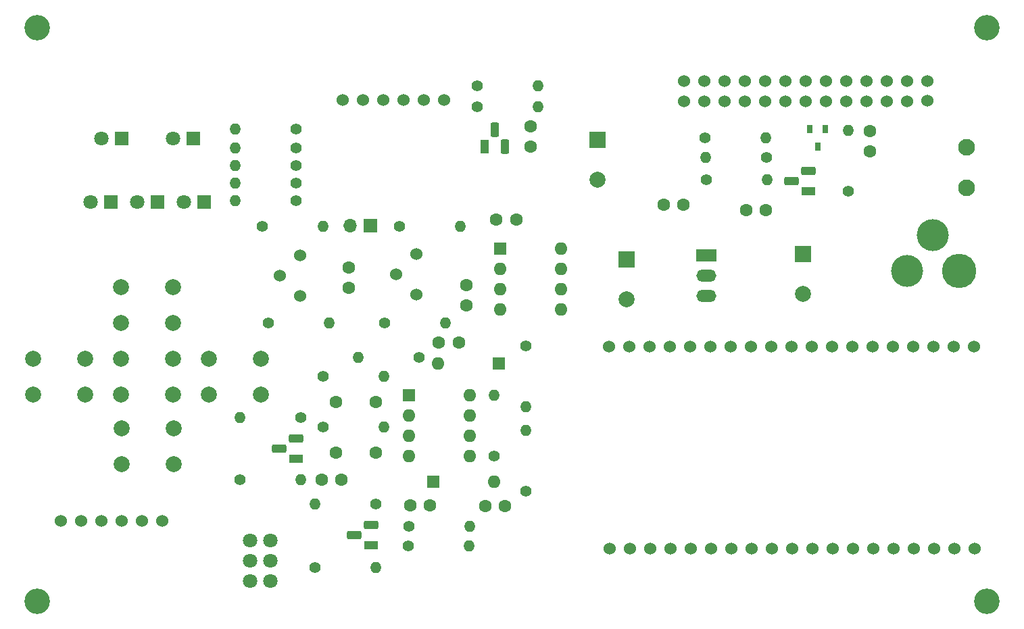
<source format=gbr>
%TF.GenerationSoftware,KiCad,Pcbnew,8.0.1*%
%TF.CreationDate,2024-04-18T15:02:16+02:00*%
%TF.ProjectId,GewitterMonitor,47657769-7474-4657-924d-6f6e69746f72,rev?*%
%TF.SameCoordinates,Original*%
%TF.FileFunction,Soldermask,Top*%
%TF.FilePolarity,Negative*%
%FSLAX46Y46*%
G04 Gerber Fmt 4.6, Leading zero omitted, Abs format (unit mm)*
G04 Created by KiCad (PCBNEW 8.0.1) date 2024-04-18 15:02:16*
%MOMM*%
%LPD*%
G01*
G04 APERTURE LIST*
G04 Aperture macros list*
%AMRoundRect*
0 Rectangle with rounded corners*
0 $1 Rounding radius*
0 $2 $3 $4 $5 $6 $7 $8 $9 X,Y pos of 4 corners*
0 Add a 4 corners polygon primitive as box body*
4,1,4,$2,$3,$4,$5,$6,$7,$8,$9,$2,$3,0*
0 Add four circle primitives for the rounded corners*
1,1,$1+$1,$2,$3*
1,1,$1+$1,$4,$5*
1,1,$1+$1,$6,$7*
1,1,$1+$1,$8,$9*
0 Add four rect primitives between the rounded corners*
20,1,$1+$1,$2,$3,$4,$5,0*
20,1,$1+$1,$4,$5,$6,$7,0*
20,1,$1+$1,$6,$7,$8,$9,0*
20,1,$1+$1,$8,$9,$2,$3,0*%
G04 Aperture macros list end*
%ADD10C,1.600000*%
%ADD11C,1.400000*%
%ADD12O,1.400000X1.400000*%
%ADD13R,1.600000X1.600000*%
%ADD14O,1.600000X1.600000*%
%ADD15C,2.100000*%
%ADD16R,1.800000X1.100000*%
%ADD17RoundRect,0.275000X0.625000X-0.275000X0.625000X0.275000X-0.625000X0.275000X-0.625000X-0.275000X0*%
%ADD18C,1.524000*%
%ADD19C,3.200000*%
%ADD20R,1.100000X1.800000*%
%ADD21RoundRect,0.275000X-0.275000X-0.625000X0.275000X-0.625000X0.275000X0.625000X-0.275000X0.625000X0*%
%ADD22R,2.000000X2.000000*%
%ADD23C,2.000000*%
%ADD24R,1.700000X1.700000*%
%ADD25O,1.700000X1.700000*%
%ADD26C,1.800000*%
%ADD27R,0.800000X1.000000*%
%ADD28C,4.000000*%
%ADD29C,4.300000*%
%ADD30R,2.500000X1.500000*%
%ADD31O,2.500000X1.500000*%
%ADD32R,1.800000X1.800000*%
G04 APERTURE END LIST*
D10*
%TO.C,C9*%
X121200000Y-37400000D03*
X121200000Y-34900000D03*
%TD*%
D11*
%TO.C,R13*%
X94200000Y-90200000D03*
D12*
X101820000Y-90200000D03*
%TD*%
D10*
%TO.C,C4*%
X95020000Y-79200000D03*
X97520000Y-79200000D03*
%TD*%
D13*
%TO.C,U4*%
X106000000Y-68580000D03*
D14*
X106000000Y-71120000D03*
X106000000Y-73660000D03*
X106000000Y-76200000D03*
X113620000Y-76200000D03*
X113620000Y-73660000D03*
X113620000Y-71120000D03*
X113620000Y-68580000D03*
%TD*%
D15*
%TO.C,J2*%
X175800000Y-37520000D03*
X175800000Y-42600000D03*
%TD*%
D16*
%TO.C,Q2*%
X156000000Y-42972323D03*
D17*
X153930000Y-41702323D03*
X156000000Y-40432323D03*
%TD*%
D11*
%TO.C,R3*%
X143200000Y-41600000D03*
D12*
X150820000Y-41600000D03*
%TD*%
D18*
%TO.C,RV1*%
X92340000Y-51060000D03*
X89800000Y-53600000D03*
X92340000Y-56140000D03*
%TD*%
%TO.C,U3*%
X75045000Y-84330000D03*
X72505000Y-84330000D03*
X69965000Y-84330000D03*
X67425000Y-84330000D03*
X64885000Y-84330000D03*
X62345000Y-84330000D03*
%TD*%
D19*
%TO.C,REF\u002A\u002A*%
X178400000Y-94400000D03*
%TD*%
D11*
%TO.C,R9*%
X107240000Y-63800000D03*
D12*
X99620000Y-63800000D03*
%TD*%
D20*
%TO.C,U5*%
X115460000Y-37400000D03*
D21*
X116730000Y-35330000D03*
X118000000Y-37400000D03*
%TD*%
D11*
%TO.C,R8*%
X92420000Y-71400000D03*
D12*
X84800000Y-71400000D03*
%TD*%
D11*
%TO.C,R26*%
X105900000Y-87500000D03*
D12*
X113520000Y-87500000D03*
%TD*%
D16*
%TO.C,Q3*%
X91800000Y-76540000D03*
D17*
X89730000Y-75270000D03*
X91800000Y-74000000D03*
%TD*%
D11*
%TO.C,R12*%
X95210000Y-72600000D03*
D12*
X102830000Y-72600000D03*
%TD*%
D10*
%TO.C,C5*%
X101800000Y-69400000D03*
X96800000Y-69400000D03*
%TD*%
%TO.C,C16*%
X140350000Y-44700000D03*
X137850000Y-44700000D03*
%TD*%
D19*
%TO.C,REF\u002A\u002A*%
X59400000Y-94400000D03*
%TD*%
D11*
%TO.C,R11*%
X116620000Y-76200000D03*
D12*
X116620000Y-68580000D03*
%TD*%
D22*
%TO.C,C14*%
X155300000Y-50900000D03*
D23*
X155300000Y-55900000D03*
%TD*%
D11*
%TO.C,R15*%
X114500000Y-29800000D03*
D12*
X122120000Y-29800000D03*
%TD*%
D16*
%TO.C,Q4*%
X101200000Y-87400000D03*
D17*
X99130000Y-86130000D03*
X101200000Y-84860000D03*
%TD*%
D11*
%TO.C,R22*%
X102960000Y-59500000D03*
D12*
X110580000Y-59500000D03*
%TD*%
D24*
%TO.C,J3*%
X101140000Y-47300000D03*
D25*
X98600000Y-47300000D03*
%TD*%
D22*
%TO.C,C2*%
X129600000Y-36600000D03*
D23*
X129600000Y-41600000D03*
%TD*%
D18*
%TO.C,U2*%
X176770000Y-62490000D03*
X174230000Y-62490000D03*
X171690000Y-62490000D03*
X169150000Y-62490000D03*
X166610000Y-62490000D03*
X164070000Y-62490000D03*
X161530000Y-62490000D03*
X158990000Y-62490000D03*
X156450000Y-62490000D03*
X153910000Y-62490000D03*
X151370000Y-62490000D03*
X148830000Y-62490000D03*
X146290000Y-62490000D03*
X143750000Y-62490000D03*
X141210000Y-62490000D03*
X138670000Y-62490000D03*
X136130000Y-62490000D03*
X133590000Y-62490000D03*
X131050000Y-62490000D03*
X131100000Y-87800000D03*
X133640000Y-87800000D03*
X136180000Y-87800000D03*
X138720000Y-87800000D03*
X141260000Y-87800000D03*
X143800000Y-87800000D03*
X146340000Y-87800000D03*
X148880000Y-87800000D03*
X151420000Y-87800000D03*
X153960000Y-87800000D03*
X156500000Y-87800000D03*
X159040000Y-87800000D03*
X161580000Y-87800000D03*
X164120000Y-87800000D03*
X166660000Y-87800000D03*
X169200000Y-87800000D03*
X171740000Y-87800000D03*
X174280000Y-87800000D03*
X176820000Y-87800000D03*
%TD*%
D13*
%TO.C,D1*%
X117240000Y-64600000D03*
D14*
X109620000Y-64600000D03*
%TD*%
D10*
%TO.C,C13*%
X150700000Y-45400000D03*
X148200000Y-45400000D03*
%TD*%
%TO.C,C3*%
X118000000Y-82500000D03*
X115500000Y-82500000D03*
%TD*%
D11*
%TO.C,R18*%
X91820000Y-35200000D03*
D12*
X84200000Y-35200000D03*
%TD*%
D10*
%TO.C,C12*%
X98400000Y-55100000D03*
X98400000Y-52600000D03*
%TD*%
D11*
%TO.C,R25*%
X91800000Y-44200000D03*
D12*
X84180000Y-44200000D03*
%TD*%
D26*
%TO.C,J4*%
X86060000Y-86800000D03*
X88600000Y-86800000D03*
X86060000Y-89340000D03*
X88600000Y-89340000D03*
X86060000Y-91880000D03*
X88600000Y-91880000D03*
%TD*%
D22*
%TO.C,C15*%
X133200000Y-51600000D03*
D23*
X133200000Y-56600000D03*
%TD*%
D11*
%TO.C,R20*%
X104790000Y-47400000D03*
D12*
X112410000Y-47400000D03*
%TD*%
D19*
%TO.C,REF\u002A\u002A*%
X178400000Y-22500000D03*
%TD*%
D10*
%TO.C,C1*%
X163700000Y-35500000D03*
X163700000Y-38000000D03*
%TD*%
D11*
%TO.C,R27*%
X106000000Y-85000000D03*
D12*
X113620000Y-85000000D03*
%TD*%
D11*
%TO.C,R14*%
X101820000Y-82200000D03*
D12*
X94200000Y-82200000D03*
%TD*%
D10*
%TO.C,C6*%
X96800000Y-75800000D03*
X101800000Y-75800000D03*
%TD*%
D11*
%TO.C,R24*%
X91800000Y-42000000D03*
D12*
X84180000Y-42000000D03*
%TD*%
D11*
%TO.C,R17*%
X87580000Y-47400000D03*
D12*
X95200000Y-47400000D03*
%TD*%
D11*
%TO.C,R19*%
X88360000Y-59500000D03*
D12*
X95980000Y-59500000D03*
%TD*%
D11*
%TO.C,R16*%
X114500000Y-32400000D03*
D12*
X122120000Y-32400000D03*
%TD*%
D18*
%TO.C,U8*%
X110400000Y-31600000D03*
X107860000Y-31600000D03*
X105320000Y-31600000D03*
X102780000Y-31600000D03*
X100240000Y-31600000D03*
X97700000Y-31600000D03*
%TD*%
D11*
%TO.C,R7*%
X84780000Y-79200000D03*
D12*
X92400000Y-79200000D03*
%TD*%
D10*
%TO.C,C10*%
X116900000Y-46600000D03*
X119400000Y-46600000D03*
%TD*%
D27*
%TO.C,Q1*%
X158100000Y-35232323D03*
X156200000Y-35232323D03*
X157150000Y-37432323D03*
%TD*%
D18*
%TO.C,RV2*%
X106940000Y-50860000D03*
X104400000Y-53400000D03*
X106940000Y-55940000D03*
%TD*%
D11*
%TO.C,R6*%
X120600000Y-62400000D03*
D12*
X120600000Y-70020000D03*
%TD*%
D19*
%TO.C,REF\u002A\u002A*%
X59400000Y-22500000D03*
%TD*%
D11*
%TO.C,R1*%
X161000000Y-43052323D03*
D12*
X161000000Y-35432323D03*
%TD*%
D10*
%TO.C,C8*%
X109720000Y-62000000D03*
X112220000Y-62000000D03*
%TD*%
D11*
%TO.C,R21*%
X91820000Y-37600000D03*
D12*
X84200000Y-37600000D03*
%TD*%
D11*
%TO.C,R10*%
X95210000Y-66200000D03*
D12*
X102830000Y-66200000D03*
%TD*%
D13*
%TO.C,D2*%
X109000000Y-79400000D03*
D14*
X116620000Y-79400000D03*
%TD*%
D13*
%TO.C,U6*%
X117380000Y-50180000D03*
D14*
X117380000Y-52720000D03*
X117380000Y-55260000D03*
X117380000Y-57800000D03*
X125000000Y-57800000D03*
X125000000Y-55260000D03*
X125000000Y-52720000D03*
X125000000Y-50180000D03*
%TD*%
D28*
%TO.C,J1*%
X168350000Y-52987500D03*
D29*
X174850000Y-52987500D03*
D28*
X171600000Y-48487500D03*
%TD*%
D10*
%TO.C,C7*%
X106100000Y-82400000D03*
X108600000Y-82400000D03*
%TD*%
D11*
%TO.C,R23*%
X91800000Y-39800000D03*
D12*
X84180000Y-39800000D03*
%TD*%
D30*
%TO.C,U7*%
X143200000Y-51020000D03*
D31*
X143200000Y-53560000D03*
X143200000Y-56100000D03*
%TD*%
D11*
%TO.C,R4*%
X143090000Y-36300000D03*
D12*
X150710000Y-36300000D03*
%TD*%
D11*
%TO.C,R2*%
X150720000Y-38800000D03*
D12*
X143100000Y-38800000D03*
%TD*%
D11*
%TO.C,R5*%
X120600000Y-80600000D03*
D12*
X120600000Y-72980000D03*
%TD*%
D10*
%TO.C,C11*%
X113200000Y-54800000D03*
X113200000Y-57300000D03*
%TD*%
D23*
%TO.C,SW2*%
X76400000Y-55000000D03*
X69900000Y-55000000D03*
X76400000Y-59500000D03*
X69900000Y-59500000D03*
%TD*%
%TO.C,SW1*%
X65400000Y-64000000D03*
X58900000Y-64000000D03*
X65400000Y-68500000D03*
X58900000Y-68500000D03*
%TD*%
D18*
%TO.C,U1*%
X170900000Y-31640000D03*
X170900000Y-29200000D03*
X168360000Y-31740000D03*
X168360000Y-29200000D03*
X165820000Y-31740000D03*
X165820000Y-29200000D03*
X163280000Y-31740000D03*
X163280000Y-29200000D03*
X160740000Y-31740000D03*
X160740000Y-29200000D03*
X158200000Y-31740000D03*
X158200000Y-29200000D03*
X155660000Y-31740000D03*
X155660000Y-29200000D03*
X153120000Y-31740000D03*
X153120000Y-29200000D03*
X150580000Y-31740000D03*
X150580000Y-29200000D03*
X148040000Y-31740000D03*
X148040000Y-29200000D03*
X145500000Y-31740000D03*
X145500000Y-29200000D03*
X142960000Y-31740000D03*
X142960000Y-29200000D03*
X140420000Y-31740000D03*
X140420000Y-29200000D03*
%TD*%
D32*
%TO.C,D8*%
X68600000Y-44400000D03*
D26*
X66060000Y-44400000D03*
%TD*%
D32*
%TO.C,D7*%
X74435000Y-44400000D03*
D26*
X71895000Y-44400000D03*
%TD*%
D32*
%TO.C,D5*%
X70000000Y-36395600D03*
D26*
X67460000Y-36395600D03*
%TD*%
D32*
%TO.C,D4*%
X80300000Y-44400000D03*
D26*
X77760000Y-44400000D03*
%TD*%
D23*
%TO.C,SW3*%
X87400000Y-64000000D03*
X80900000Y-64000000D03*
X87400000Y-68500000D03*
X80900000Y-68500000D03*
%TD*%
%TO.C,SW5*%
X76400000Y-64000000D03*
X69900000Y-64000000D03*
X76400000Y-68500000D03*
X69900000Y-68500000D03*
%TD*%
%TO.C,SW4*%
X76500000Y-72700000D03*
X70000000Y-72700000D03*
X76500000Y-77200000D03*
X70000000Y-77200000D03*
%TD*%
D32*
%TO.C,D3*%
X78940000Y-36400000D03*
D26*
X76400000Y-36400000D03*
%TD*%
M02*

</source>
